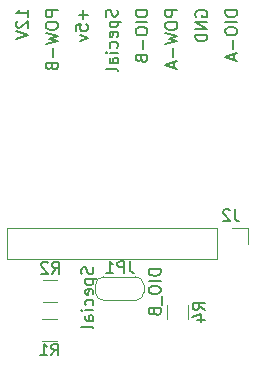
<source format=gbr>
G04 #@! TF.GenerationSoftware,KiCad,Pcbnew,(5.1.4)-1*
G04 #@! TF.CreationDate,2022-11-30T15:04:29+00:00*
G04 #@! TF.ProjectId,PIR_Board,5049525f-426f-4617-9264-2e6b69636164,rev?*
G04 #@! TF.SameCoordinates,Original*
G04 #@! TF.FileFunction,Legend,Bot*
G04 #@! TF.FilePolarity,Positive*
%FSLAX46Y46*%
G04 Gerber Fmt 4.6, Leading zero omitted, Abs format (unit mm)*
G04 Created by KiCad (PCBNEW (5.1.4)-1) date 2022-11-30 15:04:29*
%MOMM*%
%LPD*%
G04 APERTURE LIST*
%ADD10C,0.150000*%
%ADD11C,0.120000*%
G04 APERTURE END LIST*
D10*
X81668880Y-55189738D02*
X80668880Y-55189738D01*
X80668880Y-55427833D01*
X80716500Y-55570690D01*
X80811738Y-55665928D01*
X80906976Y-55713547D01*
X81097452Y-55761167D01*
X81240309Y-55761167D01*
X81430785Y-55713547D01*
X81526023Y-55665928D01*
X81621261Y-55570690D01*
X81668880Y-55427833D01*
X81668880Y-55189738D01*
X81668880Y-56189738D02*
X80668880Y-56189738D01*
X80668880Y-56856405D02*
X80668880Y-57046881D01*
X80716500Y-57142119D01*
X80811738Y-57237357D01*
X81002214Y-57284976D01*
X81335547Y-57284976D01*
X81526023Y-57237357D01*
X81621261Y-57142119D01*
X81668880Y-57046881D01*
X81668880Y-56856405D01*
X81621261Y-56761167D01*
X81526023Y-56665928D01*
X81335547Y-56618309D01*
X81002214Y-56618309D01*
X80811738Y-56665928D01*
X80716500Y-56761167D01*
X80668880Y-56856405D01*
X81287928Y-57713547D02*
X81287928Y-58475452D01*
X81383166Y-58904024D02*
X81383166Y-59380214D01*
X81668880Y-58808786D02*
X80668880Y-59142119D01*
X81668880Y-59475452D01*
X78185568Y-55713548D02*
X78137948Y-55618310D01*
X78137948Y-55475453D01*
X78185568Y-55332595D01*
X78280806Y-55237357D01*
X78376044Y-55189738D01*
X78566520Y-55142119D01*
X78709377Y-55142119D01*
X78899853Y-55189738D01*
X78995091Y-55237357D01*
X79090329Y-55332595D01*
X79137948Y-55475453D01*
X79137948Y-55570691D01*
X79090329Y-55713548D01*
X79042710Y-55761167D01*
X78709377Y-55761167D01*
X78709377Y-55570691D01*
X79137948Y-56189738D02*
X78137948Y-56189738D01*
X79137948Y-56761167D01*
X78137948Y-56761167D01*
X79137948Y-57237357D02*
X78137948Y-57237357D01*
X78137948Y-57475453D01*
X78185568Y-57618310D01*
X78280806Y-57713548D01*
X78376044Y-57761167D01*
X78566520Y-57808786D01*
X78709377Y-57808786D01*
X78899853Y-57761167D01*
X78995091Y-57713548D01*
X79090329Y-57618310D01*
X79137948Y-57475453D01*
X79137948Y-57237357D01*
X76607020Y-55189738D02*
X75607020Y-55189738D01*
X75607020Y-55570690D01*
X75654640Y-55665928D01*
X75702259Y-55713547D01*
X75797497Y-55761166D01*
X75940354Y-55761166D01*
X76035592Y-55713547D01*
X76083211Y-55665928D01*
X76130830Y-55570690D01*
X76130830Y-55189738D01*
X75607020Y-56380214D02*
X75607020Y-56570690D01*
X75654640Y-56665928D01*
X75749878Y-56761166D01*
X75940354Y-56808785D01*
X76273687Y-56808785D01*
X76464163Y-56761166D01*
X76559401Y-56665928D01*
X76607020Y-56570690D01*
X76607020Y-56380214D01*
X76559401Y-56284976D01*
X76464163Y-56189738D01*
X76273687Y-56142119D01*
X75940354Y-56142119D01*
X75749878Y-56189738D01*
X75654640Y-56284976D01*
X75607020Y-56380214D01*
X75607020Y-57142119D02*
X76607020Y-57380214D01*
X75892735Y-57570690D01*
X76607020Y-57761166D01*
X75607020Y-57999261D01*
X76226068Y-58380214D02*
X76226068Y-59142119D01*
X76321306Y-59570690D02*
X76321306Y-60046880D01*
X76607020Y-59475452D02*
X75607020Y-59808785D01*
X76607020Y-60142119D01*
X74076092Y-55189738D02*
X73076092Y-55189738D01*
X73076092Y-55427834D01*
X73123712Y-55570691D01*
X73218950Y-55665929D01*
X73314188Y-55713548D01*
X73504664Y-55761167D01*
X73647521Y-55761167D01*
X73837997Y-55713548D01*
X73933235Y-55665929D01*
X74028473Y-55570691D01*
X74076092Y-55427834D01*
X74076092Y-55189738D01*
X74076092Y-56189738D02*
X73076092Y-56189738D01*
X73076092Y-56856405D02*
X73076092Y-57046881D01*
X73123712Y-57142119D01*
X73218950Y-57237357D01*
X73409426Y-57284976D01*
X73742759Y-57284976D01*
X73933235Y-57237357D01*
X74028473Y-57142119D01*
X74076092Y-57046881D01*
X74076092Y-56856405D01*
X74028473Y-56761167D01*
X73933235Y-56665929D01*
X73742759Y-56618310D01*
X73409426Y-56618310D01*
X73218950Y-56665929D01*
X73123712Y-56761167D01*
X73076092Y-56856405D01*
X73695140Y-57713548D02*
X73695140Y-58475453D01*
X73552283Y-59284976D02*
X73599902Y-59427834D01*
X73647521Y-59475453D01*
X73742759Y-59523072D01*
X73885616Y-59523072D01*
X73980854Y-59475453D01*
X74028473Y-59427834D01*
X74076092Y-59332596D01*
X74076092Y-58951643D01*
X73076092Y-58951643D01*
X73076092Y-59284976D01*
X73123712Y-59380215D01*
X73171331Y-59427834D01*
X73266569Y-59475453D01*
X73361807Y-59475453D01*
X73457045Y-59427834D01*
X73504664Y-59380215D01*
X73552283Y-59284976D01*
X73552283Y-58951643D01*
X71497545Y-55142118D02*
X71545164Y-55284976D01*
X71545164Y-55523071D01*
X71497545Y-55618309D01*
X71449926Y-55665928D01*
X71354688Y-55713547D01*
X71259450Y-55713547D01*
X71164212Y-55665928D01*
X71116593Y-55618309D01*
X71068974Y-55523071D01*
X71021355Y-55332595D01*
X70973736Y-55237357D01*
X70926117Y-55189738D01*
X70830879Y-55142118D01*
X70735641Y-55142118D01*
X70640403Y-55189738D01*
X70592784Y-55237357D01*
X70545164Y-55332595D01*
X70545164Y-55570690D01*
X70592784Y-55713547D01*
X70878498Y-56142118D02*
X71878498Y-56142118D01*
X70926117Y-56142118D02*
X70878498Y-56237357D01*
X70878498Y-56427833D01*
X70926117Y-56523071D01*
X70973736Y-56570690D01*
X71068974Y-56618309D01*
X71354688Y-56618309D01*
X71449926Y-56570690D01*
X71497545Y-56523071D01*
X71545164Y-56427833D01*
X71545164Y-56237357D01*
X71497545Y-56142118D01*
X71497545Y-57427833D02*
X71545164Y-57332595D01*
X71545164Y-57142118D01*
X71497545Y-57046880D01*
X71402307Y-56999261D01*
X71021355Y-56999261D01*
X70926117Y-57046880D01*
X70878498Y-57142118D01*
X70878498Y-57332595D01*
X70926117Y-57427833D01*
X71021355Y-57475452D01*
X71116593Y-57475452D01*
X71211831Y-56999261D01*
X71497545Y-58332595D02*
X71545164Y-58237357D01*
X71545164Y-58046880D01*
X71497545Y-57951642D01*
X71449926Y-57904023D01*
X71354688Y-57856404D01*
X71068974Y-57856404D01*
X70973736Y-57904023D01*
X70926117Y-57951642D01*
X70878498Y-58046880D01*
X70878498Y-58237357D01*
X70926117Y-58332595D01*
X71545164Y-58761166D02*
X70878498Y-58761166D01*
X70545164Y-58761166D02*
X70592784Y-58713547D01*
X70640403Y-58761166D01*
X70592784Y-58808785D01*
X70545164Y-58761166D01*
X70640403Y-58761166D01*
X71545164Y-59665928D02*
X71021355Y-59665928D01*
X70926117Y-59618309D01*
X70878498Y-59523071D01*
X70878498Y-59332595D01*
X70926117Y-59237357D01*
X71497545Y-59665928D02*
X71545164Y-59570690D01*
X71545164Y-59332595D01*
X71497545Y-59237357D01*
X71402307Y-59189738D01*
X71307069Y-59189738D01*
X71211831Y-59237357D01*
X71164212Y-59332595D01*
X71164212Y-59570690D01*
X71116593Y-59665928D01*
X71545164Y-60284976D02*
X71497545Y-60189738D01*
X71402307Y-60142118D01*
X70545164Y-60142118D01*
X68633284Y-55189738D02*
X68633284Y-55951643D01*
X69014236Y-55570691D02*
X68252332Y-55570691D01*
X68014236Y-56904024D02*
X68014236Y-56427834D01*
X68490427Y-56380214D01*
X68442808Y-56427834D01*
X68395189Y-56523072D01*
X68395189Y-56761167D01*
X68442808Y-56856405D01*
X68490427Y-56904024D01*
X68585665Y-56951643D01*
X68823760Y-56951643D01*
X68918998Y-56904024D01*
X68966617Y-56856405D01*
X69014236Y-56761167D01*
X69014236Y-56523072D01*
X68966617Y-56427834D01*
X68918998Y-56380214D01*
X68347570Y-57284976D02*
X69014236Y-57523072D01*
X68347570Y-57761167D01*
X66483308Y-55189738D02*
X65483308Y-55189738D01*
X65483308Y-55570690D01*
X65530928Y-55665929D01*
X65578547Y-55713548D01*
X65673785Y-55761167D01*
X65816642Y-55761167D01*
X65911880Y-55713548D01*
X65959499Y-55665929D01*
X66007118Y-55570690D01*
X66007118Y-55189738D01*
X65483308Y-56380214D02*
X65483308Y-56570690D01*
X65530928Y-56665929D01*
X65626166Y-56761167D01*
X65816642Y-56808786D01*
X66149975Y-56808786D01*
X66340451Y-56761167D01*
X66435689Y-56665929D01*
X66483308Y-56570690D01*
X66483308Y-56380214D01*
X66435689Y-56284976D01*
X66340451Y-56189738D01*
X66149975Y-56142119D01*
X65816642Y-56142119D01*
X65626166Y-56189738D01*
X65530928Y-56284976D01*
X65483308Y-56380214D01*
X65483308Y-57142119D02*
X66483308Y-57380214D01*
X65769023Y-57570690D01*
X66483308Y-57761167D01*
X65483308Y-57999262D01*
X66102356Y-58380214D02*
X66102356Y-59142119D01*
X65959499Y-59951643D02*
X66007118Y-60094500D01*
X66054737Y-60142119D01*
X66149975Y-60189738D01*
X66292832Y-60189738D01*
X66388070Y-60142119D01*
X66435689Y-60094500D01*
X66483308Y-59999262D01*
X66483308Y-59618309D01*
X65483308Y-59618309D01*
X65483308Y-59951643D01*
X65530928Y-60046881D01*
X65578547Y-60094500D01*
X65673785Y-60142119D01*
X65769023Y-60142119D01*
X65864261Y-60094500D01*
X65911880Y-60046881D01*
X65959499Y-59951643D01*
X65959499Y-59618309D01*
X63952380Y-55713548D02*
X63952380Y-55142119D01*
X63952380Y-55427834D02*
X62952380Y-55427834D01*
X63095238Y-55332596D01*
X63190476Y-55237357D01*
X63238095Y-55142119D01*
X63047619Y-56094500D02*
X63000000Y-56142119D01*
X62952380Y-56237357D01*
X62952380Y-56475453D01*
X63000000Y-56570691D01*
X63047619Y-56618310D01*
X63142857Y-56665929D01*
X63238095Y-56665929D01*
X63380952Y-56618310D01*
X63952380Y-56046881D01*
X63952380Y-56665929D01*
X62952380Y-56951643D02*
X63952380Y-57284976D01*
X62952380Y-57618310D01*
D11*
X75734500Y-81310564D02*
X75734500Y-80106436D01*
X77554500Y-81310564D02*
X77554500Y-80106436D01*
X65247436Y-78020500D02*
X66451564Y-78020500D01*
X65247436Y-79840500D02*
X66451564Y-79840500D01*
X66388064Y-83142500D02*
X65183936Y-83142500D01*
X66388064Y-81322500D02*
X65183936Y-81322500D01*
X82610000Y-74930000D02*
X82610000Y-73600000D01*
X82610000Y-73600000D02*
X81280000Y-73600000D01*
X80010000Y-73600000D02*
X62170000Y-73600000D01*
X62170000Y-76260000D02*
X62170000Y-73600000D01*
X80010000Y-76260000D02*
X62170000Y-76260000D01*
X80010000Y-76260000D02*
X80010000Y-73600000D01*
X69675000Y-79040000D02*
G75*
G03X70375000Y-79740000I700000J0D01*
G01*
X70375000Y-77740000D02*
G75*
G03X69675000Y-78440000I0J-700000D01*
G01*
X73775000Y-78440000D02*
G75*
G03X73075000Y-77740000I-700000J0D01*
G01*
X73075000Y-79740000D02*
G75*
G03X73775000Y-79040000I0J700000D01*
G01*
X70325000Y-79740000D02*
X73125000Y-79740000D01*
X73775000Y-79040000D02*
X73775000Y-78440000D01*
X73125000Y-77740000D02*
X70325000Y-77740000D01*
X69675000Y-78440000D02*
X69675000Y-79040000D01*
D10*
X78916880Y-80541833D02*
X78440690Y-80208500D01*
X78916880Y-79970404D02*
X77916880Y-79970404D01*
X77916880Y-80351357D01*
X77964500Y-80446595D01*
X78012119Y-80494214D01*
X78107357Y-80541833D01*
X78250214Y-80541833D01*
X78345452Y-80494214D01*
X78393071Y-80446595D01*
X78440690Y-80351357D01*
X78440690Y-79970404D01*
X78250214Y-81398976D02*
X78916880Y-81398976D01*
X77869261Y-81160880D02*
X78583547Y-80922785D01*
X78583547Y-81541833D01*
X66016166Y-77477880D02*
X66349500Y-77001690D01*
X66587595Y-77477880D02*
X66587595Y-76477880D01*
X66206642Y-76477880D01*
X66111404Y-76525500D01*
X66063785Y-76573119D01*
X66016166Y-76668357D01*
X66016166Y-76811214D01*
X66063785Y-76906452D01*
X66111404Y-76954071D01*
X66206642Y-77001690D01*
X66587595Y-77001690D01*
X65635214Y-76573119D02*
X65587595Y-76525500D01*
X65492357Y-76477880D01*
X65254261Y-76477880D01*
X65159023Y-76525500D01*
X65111404Y-76573119D01*
X65063785Y-76668357D01*
X65063785Y-76763595D01*
X65111404Y-76906452D01*
X65682833Y-77477880D01*
X65063785Y-77477880D01*
X65952666Y-84399380D02*
X66286000Y-83923190D01*
X66524095Y-84399380D02*
X66524095Y-83399380D01*
X66143142Y-83399380D01*
X66047904Y-83447000D01*
X66000285Y-83494619D01*
X65952666Y-83589857D01*
X65952666Y-83732714D01*
X66000285Y-83827952D01*
X66047904Y-83875571D01*
X66143142Y-83923190D01*
X66524095Y-83923190D01*
X65000285Y-84399380D02*
X65571714Y-84399380D01*
X65286000Y-84399380D02*
X65286000Y-83399380D01*
X65381238Y-83542238D01*
X65476476Y-83637476D01*
X65571714Y-83685095D01*
X81486333Y-72032880D02*
X81486333Y-72747166D01*
X81533952Y-72890023D01*
X81629190Y-72985261D01*
X81772047Y-73032880D01*
X81867285Y-73032880D01*
X81057761Y-72128119D02*
X81010142Y-72080500D01*
X80914904Y-72032880D01*
X80676809Y-72032880D01*
X80581571Y-72080500D01*
X80533952Y-72128119D01*
X80486333Y-72223357D01*
X80486333Y-72318595D01*
X80533952Y-72461452D01*
X81105380Y-73032880D01*
X80486333Y-73032880D01*
X72588333Y-76414380D02*
X72588333Y-77128666D01*
X72635952Y-77271523D01*
X72731190Y-77366761D01*
X72874047Y-77414380D01*
X72969285Y-77414380D01*
X72112142Y-77414380D02*
X72112142Y-76414380D01*
X71731190Y-76414380D01*
X71635952Y-76462000D01*
X71588333Y-76509619D01*
X71540714Y-76604857D01*
X71540714Y-76747714D01*
X71588333Y-76842952D01*
X71635952Y-76890571D01*
X71731190Y-76938190D01*
X72112142Y-76938190D01*
X70588333Y-77414380D02*
X71159761Y-77414380D01*
X70874047Y-77414380D02*
X70874047Y-76414380D01*
X70969285Y-76557238D01*
X71064523Y-76652476D01*
X71159761Y-76700095D01*
X69429261Y-76954380D02*
X69476880Y-77097238D01*
X69476880Y-77335333D01*
X69429261Y-77430571D01*
X69381642Y-77478190D01*
X69286404Y-77525809D01*
X69191166Y-77525809D01*
X69095928Y-77478190D01*
X69048309Y-77430571D01*
X69000690Y-77335333D01*
X68953071Y-77144857D01*
X68905452Y-77049619D01*
X68857833Y-77002000D01*
X68762595Y-76954380D01*
X68667357Y-76954380D01*
X68572119Y-77002000D01*
X68524500Y-77049619D01*
X68476880Y-77144857D01*
X68476880Y-77382952D01*
X68524500Y-77525809D01*
X68810214Y-77954380D02*
X69810214Y-77954380D01*
X68857833Y-77954380D02*
X68810214Y-78049619D01*
X68810214Y-78240095D01*
X68857833Y-78335333D01*
X68905452Y-78382952D01*
X69000690Y-78430571D01*
X69286404Y-78430571D01*
X69381642Y-78382952D01*
X69429261Y-78335333D01*
X69476880Y-78240095D01*
X69476880Y-78049619D01*
X69429261Y-77954380D01*
X69429261Y-79240095D02*
X69476880Y-79144857D01*
X69476880Y-78954380D01*
X69429261Y-78859142D01*
X69334023Y-78811523D01*
X68953071Y-78811523D01*
X68857833Y-78859142D01*
X68810214Y-78954380D01*
X68810214Y-79144857D01*
X68857833Y-79240095D01*
X68953071Y-79287714D01*
X69048309Y-79287714D01*
X69143547Y-78811523D01*
X69429261Y-80144857D02*
X69476880Y-80049619D01*
X69476880Y-79859142D01*
X69429261Y-79763904D01*
X69381642Y-79716285D01*
X69286404Y-79668666D01*
X69000690Y-79668666D01*
X68905452Y-79716285D01*
X68857833Y-79763904D01*
X68810214Y-79859142D01*
X68810214Y-80049619D01*
X68857833Y-80144857D01*
X69476880Y-80573428D02*
X68810214Y-80573428D01*
X68476880Y-80573428D02*
X68524500Y-80525809D01*
X68572119Y-80573428D01*
X68524500Y-80621047D01*
X68476880Y-80573428D01*
X68572119Y-80573428D01*
X69476880Y-81478190D02*
X68953071Y-81478190D01*
X68857833Y-81430571D01*
X68810214Y-81335333D01*
X68810214Y-81144857D01*
X68857833Y-81049619D01*
X69429261Y-81478190D02*
X69476880Y-81382952D01*
X69476880Y-81144857D01*
X69429261Y-81049619D01*
X69334023Y-81002000D01*
X69238785Y-81002000D01*
X69143547Y-81049619D01*
X69095928Y-81144857D01*
X69095928Y-81382952D01*
X69048309Y-81478190D01*
X69476880Y-82097238D02*
X69429261Y-82002000D01*
X69334023Y-81954380D01*
X68476880Y-81954380D01*
X75191880Y-77089238D02*
X74191880Y-77089238D01*
X74191880Y-77327333D01*
X74239500Y-77470190D01*
X74334738Y-77565428D01*
X74429976Y-77613047D01*
X74620452Y-77660666D01*
X74763309Y-77660666D01*
X74953785Y-77613047D01*
X75049023Y-77565428D01*
X75144261Y-77470190D01*
X75191880Y-77327333D01*
X75191880Y-77089238D01*
X75191880Y-78089238D02*
X74191880Y-78089238D01*
X74191880Y-78755904D02*
X74191880Y-78946380D01*
X74239500Y-79041619D01*
X74334738Y-79136857D01*
X74525214Y-79184476D01*
X74858547Y-79184476D01*
X75049023Y-79136857D01*
X75144261Y-79041619D01*
X75191880Y-78946380D01*
X75191880Y-78755904D01*
X75144261Y-78660666D01*
X75049023Y-78565428D01*
X74858547Y-78517809D01*
X74525214Y-78517809D01*
X74334738Y-78565428D01*
X74239500Y-78660666D01*
X74191880Y-78755904D01*
X75287119Y-79374952D02*
X75287119Y-80136857D01*
X74668071Y-80708285D02*
X74715690Y-80851142D01*
X74763309Y-80898761D01*
X74858547Y-80946380D01*
X75001404Y-80946380D01*
X75096642Y-80898761D01*
X75144261Y-80851142D01*
X75191880Y-80755904D01*
X75191880Y-80374952D01*
X74191880Y-80374952D01*
X74191880Y-80708285D01*
X74239500Y-80803523D01*
X74287119Y-80851142D01*
X74382357Y-80898761D01*
X74477595Y-80898761D01*
X74572833Y-80851142D01*
X74620452Y-80803523D01*
X74668071Y-80708285D01*
X74668071Y-80374952D01*
M02*

</source>
